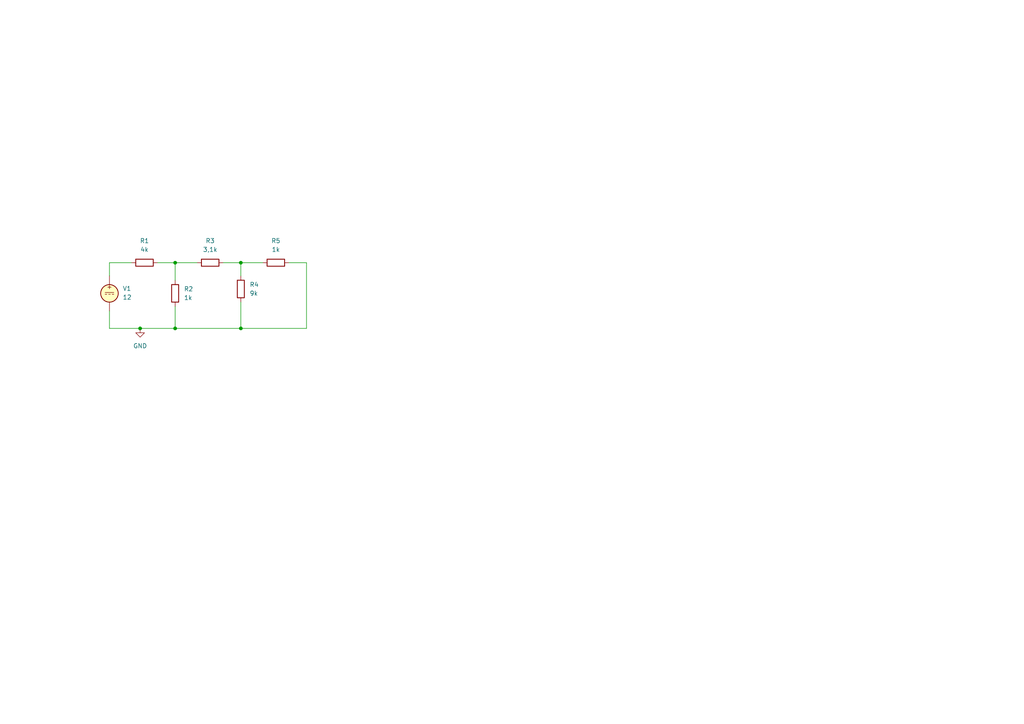
<source format=kicad_sch>
(kicad_sch (version 20231120) (generator "eeschema") (generator_version "8.0")
  (paper "A4")
  (lib_symbols
    (symbol "Device:R" (pin_numbers hide) (pin_names (offset 0))
      (property "Reference" "R" (at 2.032 0 90))
      (property "Value" "R" (at 0 0 90))
      (symbol "R_0_1"
        (rectangle (start -1.016 -2.54) (end 1.016 2.54) (stroke (width 0.254)))
      )
      (symbol "R_1_1"
        (pin passive line (at 0 3.81 270) (length 1.27) (name "~") (number "1"))
        (pin passive line (at 0 -3.81 90) (length 1.27) (name "~") (number "2"))
      )
    )
    (symbol "Simulation_SPICE:VDC" (pin_numbers hide) (pin_names (offset 0.0254))
      (property "Reference" "V" (at 2.54 2.54 0))
      (property "Value" "1" (at 2.54 0 0))
      (symbol "VDC_0_0"
        (polyline (pts (xy -1.27 0.254) (xy 1.27 0.254)))
        (polyline (pts (xy -0.762 -0.254) (xy -1.27 -0.254)))
        (polyline (pts (xy 0.254 -0.254) (xy -0.254 -0.254)))
        (polyline (pts (xy 1.27 -0.254) (xy 0.762 -0.254)))
        (text "+" (at 0 1.905 0) (effects (font (size 1.27 1.27))))
      )
      (symbol "VDC_0_1"
        (circle (center 0 0) (radius 2.54) (stroke (width 0.254)) (fill (type background)))
      )
      (symbol "VDC_1_1"
        (pin passive line (at 0 5.08 270) (length 2.54) (name "~") (number "1"))
        (pin passive line (at 0 -5.08 90) (length 2.54) (name "~") (number "2"))
      )
    )
    (symbol "power:GND" (power) (pin_numbers hide) (pin_names (offset 0) hide)
      (property "Value" "GND" (at 0 -3.81 0))
      (symbol "GND_0_1"
        (polyline (pts (xy 0 0) (xy 0 -1.27) (xy 1.27 -1.27) (xy 0 -2.54) (xy -1.27 -1.27) (xy 0 -1.27)))
      )
      (symbol "GND_1_1"
        (pin power_in line (at 0 0 270) (length 0) (name "~") (number "1"))
      )
    )
  )
  (junction (at 69.85 95.25))
  (junction (at 40.64 95.25))
  (junction (at 69.85 76.2))
  (junction (at 50.8 95.25))
  (junction (at 50.8 76.2))
  (wire (pts (xy 88.9 95.25) (xy 69.85 95.25)))
  (wire (pts (xy 69.85 87.63) (xy 69.85 95.25)))
  (wire (pts (xy 38.1 76.2) (xy 31.75 76.2)))
  (wire (pts (xy 45.72 76.2) (xy 50.8 76.2)))
  (wire (pts (xy 69.85 76.2) (xy 76.2 76.2)))
  (wire (pts (xy 83.82 76.2) (xy 88.9 76.2)))
  (wire (pts (xy 50.8 76.2) (xy 57.15 76.2)))
  (wire (pts (xy 40.64 95.25) (xy 31.75 95.25)))
  (wire (pts (xy 31.75 76.2) (xy 31.75 80.01)))
  (wire (pts (xy 64.77 76.2) (xy 69.85 76.2)))
  (wire (pts (xy 50.8 76.2) (xy 50.8 81.28)))
  (wire (pts (xy 69.85 76.2) (xy 69.85 80.01)))
  (wire (pts (xy 69.85 95.25) (xy 50.8 95.25)))
  (wire (pts (xy 50.8 95.25) (xy 40.64 95.25)))
  (wire (pts (xy 88.9 76.2) (xy 88.9 95.25)))
  (wire (pts (xy 50.8 88.9) (xy 50.8 95.25)))
  (wire (pts (xy 31.75 95.25) (xy 31.75 90.17)))
  (symbol (lib_id "Device:R") (at 69.85 83.82 180) (unit 1)
    (property "Reference" "R4" (at 72.39 82.5499 0) (effects (justify right)))
    (property "Value" "9k" (at 72.39 85.0899 0) (effects (justify right)))
    (property "Description" "Resistor" (effects (hide yes)))
  )
  (symbol (lib_id "Device:R") (at 41.91 76.2 90) (unit 1)
    (property "Reference" "R1" (at 41.91 69.85 90))
    (property "Value" "4k" (at 41.91 72.39 90))
    (property "Description" "Resistor" (effects (hide yes)))
  )
  (symbol (lib_id "Simulation_SPICE:VDC") (at 31.75 85.09 0) (unit 1)
    (property "Reference" "V1" (at 35.56 83.6901 0) (effects (justify left)))
    (property "Value" "12" (at 35.56 86.2301 0) (effects (justify left)))
    (property "Datasheet" "https://ngspice.sourceforge.io/docs/ngspice-html-manual/manual.xhtml#sec_Independent_Sources_for" (effects (hide yes)))
    (property "Description" "Voltage source, DC" (effects (hide yes)))
    (property "Sim.Pins" "1=+ 2=-" (effects (hide yes)))
    (property "Sim.Type" "DC" (effects (hide yes)))
    (property "Sim.Device" "V" (effects (hide yes)))
  )
  (symbol (lib_id "Device:R") (at 80.01 76.2 90) (unit 1)
    (property "Reference" "R5" (at 80.01 69.85 90))
    (property "Value" "1k" (at 80.01 72.39 90))
    (property "Description" "Resistor" (effects (hide yes)))
  )
  (symbol (lib_id "power:GND") (at 40.64 95.25 0) (unit 1)
    (property "Reference" "#PWR1" (effects (hide yes)))
    (property "Value" "GND" (at 40.64 100.33 0))
    (property "Description" "Power symbol creates a global label with name \"GND\" , ground" (effects (hide yes)))
  )
  (symbol (lib_id "Device:R") (at 50.8 85.09 180) (unit 1)
    (property "Reference" "R2" (at 53.34 83.8199 0) (effects (justify right)))
    (property "Value" "1k" (at 53.34 86.3599 0) (effects (justify right)))
    (property "Description" "Resistor" (effects (hide yes)))
  )
  (symbol (lib_id "Device:R") (at 60.96 76.2 90) (unit 1)
    (property "Reference" "R3" (at 60.96 69.85 90))
    (property "Value" "3,1k" (at 60.96 72.39 90))
    (property "Description" "Resistor" (effects (hide yes)))
  )
)
</source>
